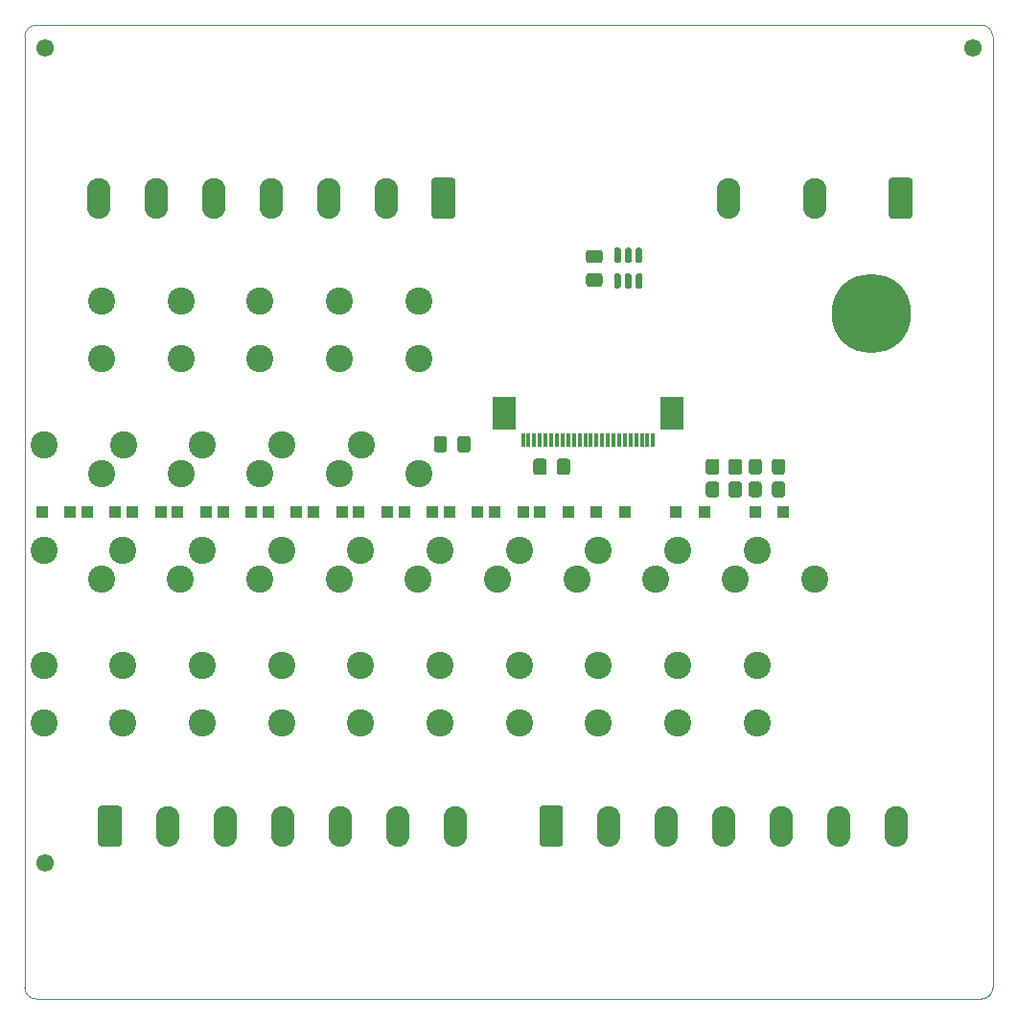
<source format=gts>
G04 #@! TF.GenerationSoftware,KiCad,Pcbnew,6.0.10+dfsg-1~bpo11+1*
G04 #@! TF.ProjectId,project,70726f6a-6563-4742-9e6b-696361645f70,rev?*
G04 #@! TF.SameCoordinates,Original*
G04 #@! TF.FileFunction,Soldermask,Top*
G04 #@! TF.FilePolarity,Negative*
%FSLAX46Y46*%
G04 Gerber Fmt 4.6, Leading zero omitted, Abs format (unit mm)*
%MOMM*%
%LPD*%
G01*
G04 APERTURE LIST*
G04 #@! TA.AperFunction,Profile*
%ADD10C,0.100000*%
G04 #@! TD*
%ADD11R,1.000000X1.000000*%
%ADD12C,2.400000*%
%ADD13O,2.080000X3.600000*%
%ADD14O,2.100000X3.600000*%
%ADD15C,1.552000*%
%ADD16R,0.300000X1.300000*%
%ADD17R,2.000000X3.000000*%
%ADD18C,7.000000*%
%ADD19C,5.000000*%
G04 APERTURE END LIST*
D10*
X125512500Y-133037500D02*
G75*
G03*
X126512500Y-134037500I1000000J0D01*
G01*
X211012500Y-49037500D02*
X211012500Y-133037500D01*
X210012500Y-134037500D02*
X126512500Y-134037500D01*
X126512500Y-48037500D02*
X210012500Y-48037500D01*
X210012500Y-134037500D02*
G75*
G03*
X211012500Y-133037500I0J1000000D01*
G01*
X211012500Y-49037500D02*
G75*
G03*
X210012500Y-48037500I-1000000J0D01*
G01*
X126512500Y-48037500D02*
G75*
G03*
X125512500Y-49037500I0J-1000000D01*
G01*
X125512500Y-133037500D02*
X125512500Y-49037500D01*
D11*
X139012500Y-91037500D03*
X141512500Y-91037500D03*
D12*
X132302500Y-87667500D03*
X132302500Y-77507500D03*
X132302500Y-72427500D03*
X127222500Y-85127500D03*
X148182500Y-94412500D03*
X148182500Y-104572500D03*
X148182500Y-109652500D03*
X153262500Y-96952500D03*
D11*
X147012500Y-91037500D03*
X149512500Y-91037500D03*
X153512500Y-91037500D03*
X151012500Y-91037500D03*
G36*
G01*
X192662500Y-88587500D02*
X192662500Y-89487500D01*
G75*
G02*
X192412500Y-89737500I-250000J0D01*
G01*
X191762500Y-89737500D01*
G75*
G02*
X191512500Y-89487500I0J250000D01*
G01*
X191512500Y-88587500D01*
G75*
G02*
X191762500Y-88337500I250000J0D01*
G01*
X192412500Y-88337500D01*
G75*
G02*
X192662500Y-88587500I0J-250000D01*
G01*
G37*
G36*
G01*
X190612500Y-88587500D02*
X190612500Y-89487500D01*
G75*
G02*
X190362500Y-89737500I-250000J0D01*
G01*
X189712500Y-89737500D01*
G75*
G02*
X189462500Y-89487500I0J250000D01*
G01*
X189462500Y-88587500D01*
G75*
G02*
X189712500Y-88337500I250000J0D01*
G01*
X190362500Y-88337500D01*
G75*
G02*
X190612500Y-88587500I0J-250000D01*
G01*
G37*
X161512500Y-91037500D03*
X159012500Y-91037500D03*
G36*
G01*
X131982500Y-120310001D02*
X131982500Y-117209999D01*
G75*
G02*
X132232499Y-116960000I249999J0D01*
G01*
X133812501Y-116960000D01*
G75*
G02*
X134062500Y-117209999I0J-249999D01*
G01*
X134062500Y-120310001D01*
G75*
G02*
X133812501Y-120560000I-249999J0D01*
G01*
X132232499Y-120560000D01*
G75*
G02*
X131982500Y-120310001I0J249999D01*
G01*
G37*
D13*
X138102500Y-118760000D03*
X143182500Y-118760000D03*
X148262500Y-118760000D03*
X153342500Y-118760000D03*
X158422500Y-118760000D03*
X163502500Y-118760000D03*
G36*
G01*
X179612500Y-67700000D02*
X179912500Y-67700000D01*
G75*
G02*
X180062500Y-67850000I0J-150000D01*
G01*
X180062500Y-68875000D01*
G75*
G02*
X179912500Y-69025000I-150000J0D01*
G01*
X179612500Y-69025000D01*
G75*
G02*
X179462500Y-68875000I0J150000D01*
G01*
X179462500Y-67850000D01*
G75*
G02*
X179612500Y-67700000I150000J0D01*
G01*
G37*
G36*
G01*
X178662500Y-67700000D02*
X178962500Y-67700000D01*
G75*
G02*
X179112500Y-67850000I0J-150000D01*
G01*
X179112500Y-68875000D01*
G75*
G02*
X178962500Y-69025000I-150000J0D01*
G01*
X178662500Y-69025000D01*
G75*
G02*
X178512500Y-68875000I0J150000D01*
G01*
X178512500Y-67850000D01*
G75*
G02*
X178662500Y-67700000I150000J0D01*
G01*
G37*
G36*
G01*
X177712500Y-67700000D02*
X178012500Y-67700000D01*
G75*
G02*
X178162500Y-67850000I0J-150000D01*
G01*
X178162500Y-68875000D01*
G75*
G02*
X178012500Y-69025000I-150000J0D01*
G01*
X177712500Y-69025000D01*
G75*
G02*
X177562500Y-68875000I0J150000D01*
G01*
X177562500Y-67850000D01*
G75*
G02*
X177712500Y-67700000I150000J0D01*
G01*
G37*
G36*
G01*
X177712500Y-69975000D02*
X178012500Y-69975000D01*
G75*
G02*
X178162500Y-70125000I0J-150000D01*
G01*
X178162500Y-71150000D01*
G75*
G02*
X178012500Y-71300000I-150000J0D01*
G01*
X177712500Y-71300000D01*
G75*
G02*
X177562500Y-71150000I0J150000D01*
G01*
X177562500Y-70125000D01*
G75*
G02*
X177712500Y-69975000I150000J0D01*
G01*
G37*
G36*
G01*
X178662500Y-69975000D02*
X178962500Y-69975000D01*
G75*
G02*
X179112500Y-70125000I0J-150000D01*
G01*
X179112500Y-71150000D01*
G75*
G02*
X178962500Y-71300000I-150000J0D01*
G01*
X178662500Y-71300000D01*
G75*
G02*
X178512500Y-71150000I0J150000D01*
G01*
X178512500Y-70125000D01*
G75*
G02*
X178662500Y-69975000I150000J0D01*
G01*
G37*
G36*
G01*
X179612500Y-69975000D02*
X179912500Y-69975000D01*
G75*
G02*
X180062500Y-70125000I0J-150000D01*
G01*
X180062500Y-71150000D01*
G75*
G02*
X179912500Y-71300000I-150000J0D01*
G01*
X179612500Y-71300000D01*
G75*
G02*
X179462500Y-71150000I0J150000D01*
G01*
X179462500Y-70125000D01*
G75*
G02*
X179612500Y-69975000I150000J0D01*
G01*
G37*
G36*
G01*
X203932500Y-61765001D02*
X203932500Y-64864999D01*
G75*
G02*
X203682499Y-65115000I-250001J0D01*
G01*
X202082501Y-65115000D01*
G75*
G02*
X201832500Y-64864999I0J250001D01*
G01*
X201832500Y-61765001D01*
G75*
G02*
X202082501Y-61515000I250001J0D01*
G01*
X203682499Y-61515000D01*
G75*
G02*
X203932500Y-61765001I0J-250001D01*
G01*
G37*
D14*
X195262500Y-63315000D03*
X187642500Y-63315000D03*
D12*
X141182500Y-94412500D03*
X141182500Y-104572500D03*
X141182500Y-109652500D03*
X146262500Y-96952500D03*
D15*
X127262500Y-122037500D03*
D12*
X176182500Y-94412500D03*
X176182500Y-104572500D03*
X176182500Y-109652500D03*
X181262500Y-96952500D03*
D11*
X163012500Y-91037500D03*
X165512500Y-91037500D03*
D12*
X153302500Y-87667500D03*
X153302500Y-77507500D03*
X153302500Y-72427500D03*
X148222500Y-85127500D03*
G36*
G01*
X185662500Y-87487500D02*
X185662500Y-86587500D01*
G75*
G02*
X185912500Y-86337500I250000J0D01*
G01*
X186612500Y-86337500D01*
G75*
G02*
X186862500Y-86587500I0J-250000D01*
G01*
X186862500Y-87487500D01*
G75*
G02*
X186612500Y-87737500I-250000J0D01*
G01*
X185912500Y-87737500D01*
G75*
G02*
X185662500Y-87487500I0J250000D01*
G01*
G37*
G36*
G01*
X187662500Y-87487500D02*
X187662500Y-86587500D01*
G75*
G02*
X187912500Y-86337500I250000J0D01*
G01*
X188612500Y-86337500D01*
G75*
G02*
X188862500Y-86587500I0J-250000D01*
G01*
X188862500Y-87487500D01*
G75*
G02*
X188612500Y-87737500I-250000J0D01*
G01*
X187912500Y-87737500D01*
G75*
G02*
X187662500Y-87487500I0J250000D01*
G01*
G37*
X127182500Y-94412500D03*
X127182500Y-104572500D03*
X127182500Y-109652500D03*
X132262500Y-96952500D03*
G36*
G01*
X161637500Y-85512500D02*
X161637500Y-84562500D01*
G75*
G02*
X161887500Y-84312500I250000J0D01*
G01*
X162562500Y-84312500D01*
G75*
G02*
X162812500Y-84562500I0J-250000D01*
G01*
X162812500Y-85512500D01*
G75*
G02*
X162562500Y-85762500I-250000J0D01*
G01*
X161887500Y-85762500D01*
G75*
G02*
X161637500Y-85512500I0J250000D01*
G01*
G37*
G36*
G01*
X163712500Y-85512500D02*
X163712500Y-84562500D01*
G75*
G02*
X163962500Y-84312500I250000J0D01*
G01*
X164637500Y-84312500D01*
G75*
G02*
X164887500Y-84562500I0J-250000D01*
G01*
X164887500Y-85512500D01*
G75*
G02*
X164637500Y-85762500I-250000J0D01*
G01*
X163962500Y-85762500D01*
G75*
G02*
X163712500Y-85512500I0J250000D01*
G01*
G37*
X155182500Y-94412500D03*
X155182500Y-104572500D03*
X155182500Y-109652500D03*
X160262500Y-96952500D03*
G36*
G01*
X163542500Y-61764999D02*
X163542500Y-64865001D01*
G75*
G02*
X163292501Y-65115000I-249999J0D01*
G01*
X161712499Y-65115000D01*
G75*
G02*
X161462500Y-64865001I0J249999D01*
G01*
X161462500Y-61764999D01*
G75*
G02*
X161712499Y-61515000I249999J0D01*
G01*
X163292501Y-61515000D01*
G75*
G02*
X163542500Y-61764999I0J-249999D01*
G01*
G37*
D13*
X157422500Y-63315000D03*
X152342500Y-63315000D03*
X147262500Y-63315000D03*
X142182500Y-63315000D03*
X137102500Y-63315000D03*
X132022500Y-63315000D03*
D12*
X169182500Y-94412500D03*
X169182500Y-104572500D03*
X169182500Y-109652500D03*
X174262500Y-96952500D03*
D15*
X127262500Y-50037500D03*
D16*
X181012500Y-84637500D03*
X180512500Y-84637500D03*
X180012500Y-84637500D03*
X179512500Y-84637500D03*
X179012500Y-84637500D03*
X178512500Y-84637500D03*
X178012500Y-84637500D03*
X177512500Y-84637500D03*
X177012500Y-84637500D03*
X176512500Y-84637500D03*
X176012500Y-84637500D03*
X175512500Y-84637500D03*
X175012500Y-84637500D03*
X174512500Y-84637500D03*
X174012500Y-84637500D03*
X173512500Y-84637500D03*
X173012500Y-84637500D03*
X172512500Y-84637500D03*
X172012500Y-84637500D03*
X171512500Y-84637500D03*
X171012500Y-84637500D03*
X170512500Y-84637500D03*
X170012500Y-84637500D03*
X169512500Y-84637500D03*
D17*
X182662500Y-82287500D03*
X167862500Y-82287500D03*
D11*
X145512500Y-91037500D03*
X143012500Y-91037500D03*
D18*
X200262500Y-73537500D03*
D19*
X200262500Y-73537500D03*
D15*
X209262500Y-50037500D03*
G36*
G01*
X185662500Y-89487500D02*
X185662500Y-88587500D01*
G75*
G02*
X185912500Y-88337500I250000J0D01*
G01*
X186612500Y-88337500D01*
G75*
G02*
X186862500Y-88587500I0J-250000D01*
G01*
X186862500Y-89487500D01*
G75*
G02*
X186612500Y-89737500I-250000J0D01*
G01*
X185912500Y-89737500D01*
G75*
G02*
X185662500Y-89487500I0J250000D01*
G01*
G37*
G36*
G01*
X187662500Y-89487500D02*
X187662500Y-88587500D01*
G75*
G02*
X187912500Y-88337500I250000J0D01*
G01*
X188612500Y-88337500D01*
G75*
G02*
X188862500Y-88587500I0J-250000D01*
G01*
X188862500Y-89487500D01*
G75*
G02*
X188612500Y-89737500I-250000J0D01*
G01*
X187912500Y-89737500D01*
G75*
G02*
X187662500Y-89487500I0J250000D01*
G01*
G37*
D11*
X131012500Y-91037500D03*
X133512500Y-91037500D03*
X129512500Y-91037500D03*
X127012500Y-91037500D03*
D12*
X146302500Y-87667500D03*
X146302500Y-77507500D03*
X146302500Y-72427500D03*
X141222500Y-85127500D03*
D11*
X178512500Y-91037500D03*
X176012500Y-91037500D03*
G36*
G01*
X170982500Y-120310001D02*
X170982500Y-117209999D01*
G75*
G02*
X171232499Y-116960000I249999J0D01*
G01*
X172812501Y-116960000D01*
G75*
G02*
X173062500Y-117209999I0J-249999D01*
G01*
X173062500Y-120310001D01*
G75*
G02*
X172812501Y-120560000I-249999J0D01*
G01*
X171232499Y-120560000D01*
G75*
G02*
X170982500Y-120310001I0J249999D01*
G01*
G37*
D13*
X177102500Y-118760000D03*
X182182500Y-118760000D03*
X187262500Y-118760000D03*
X192342500Y-118760000D03*
X197422500Y-118760000D03*
X202502500Y-118760000D03*
D12*
X162182500Y-94412500D03*
X162182500Y-104572500D03*
X162182500Y-109652500D03*
X167262500Y-96952500D03*
D11*
X185512500Y-91037500D03*
X183012500Y-91037500D03*
D12*
X183182500Y-94412500D03*
X183182500Y-104572500D03*
X183182500Y-109652500D03*
X188262500Y-96952500D03*
G36*
G01*
X192662500Y-86587500D02*
X192662500Y-87487500D01*
G75*
G02*
X192412500Y-87737500I-250000J0D01*
G01*
X191762500Y-87737500D01*
G75*
G02*
X191512500Y-87487500I0J250000D01*
G01*
X191512500Y-86587500D01*
G75*
G02*
X191762500Y-86337500I250000J0D01*
G01*
X192412500Y-86337500D01*
G75*
G02*
X192662500Y-86587500I0J-250000D01*
G01*
G37*
G36*
G01*
X190612500Y-86587500D02*
X190612500Y-87487500D01*
G75*
G02*
X190362500Y-87737500I-250000J0D01*
G01*
X189712500Y-87737500D01*
G75*
G02*
X189462500Y-87487500I0J250000D01*
G01*
X189462500Y-86587500D01*
G75*
G02*
X189712500Y-86337500I250000J0D01*
G01*
X190362500Y-86337500D01*
G75*
G02*
X190612500Y-86587500I0J-250000D01*
G01*
G37*
D11*
X173512500Y-91037500D03*
X171012500Y-91037500D03*
G36*
G01*
X176287500Y-71125000D02*
X175337500Y-71125000D01*
G75*
G02*
X175087500Y-70875000I0J250000D01*
G01*
X175087500Y-70200000D01*
G75*
G02*
X175337500Y-69950000I250000J0D01*
G01*
X176287500Y-69950000D01*
G75*
G02*
X176537500Y-70200000I0J-250000D01*
G01*
X176537500Y-70875000D01*
G75*
G02*
X176287500Y-71125000I-250000J0D01*
G01*
G37*
G36*
G01*
X176287500Y-69050000D02*
X175337500Y-69050000D01*
G75*
G02*
X175087500Y-68800000I0J250000D01*
G01*
X175087500Y-68125000D01*
G75*
G02*
X175337500Y-67875000I250000J0D01*
G01*
X176287500Y-67875000D01*
G75*
G02*
X176537500Y-68125000I0J-250000D01*
G01*
X176537500Y-68800000D01*
G75*
G02*
X176287500Y-69050000I-250000J0D01*
G01*
G37*
X155012500Y-91037500D03*
X157512500Y-91037500D03*
X169512500Y-91037500D03*
X167012500Y-91037500D03*
X192512500Y-91037500D03*
X190012500Y-91037500D03*
D12*
X190182500Y-94412500D03*
X190182500Y-104572500D03*
X190182500Y-109652500D03*
X195262500Y-96952500D03*
G36*
G01*
X173687500Y-86562500D02*
X173687500Y-87512500D01*
G75*
G02*
X173437500Y-87762500I-250000J0D01*
G01*
X172762500Y-87762500D01*
G75*
G02*
X172512500Y-87512500I0J250000D01*
G01*
X172512500Y-86562500D01*
G75*
G02*
X172762500Y-86312500I250000J0D01*
G01*
X173437500Y-86312500D01*
G75*
G02*
X173687500Y-86562500I0J-250000D01*
G01*
G37*
G36*
G01*
X171612500Y-86562500D02*
X171612500Y-87512500D01*
G75*
G02*
X171362500Y-87762500I-250000J0D01*
G01*
X170687500Y-87762500D01*
G75*
G02*
X170437500Y-87512500I0J250000D01*
G01*
X170437500Y-86562500D01*
G75*
G02*
X170687500Y-86312500I250000J0D01*
G01*
X171362500Y-86312500D01*
G75*
G02*
X171612500Y-86562500I0J-250000D01*
G01*
G37*
X160302500Y-87667500D03*
X160302500Y-77507500D03*
X160302500Y-72427500D03*
X155222500Y-85127500D03*
X139302500Y-87667500D03*
X139302500Y-77507500D03*
X139302500Y-72427500D03*
X134222500Y-85127500D03*
X134182500Y-94412500D03*
X134182500Y-104572500D03*
X134182500Y-109652500D03*
X139262500Y-96952500D03*
D11*
X137512500Y-91037500D03*
X135012500Y-91037500D03*
M02*

</source>
